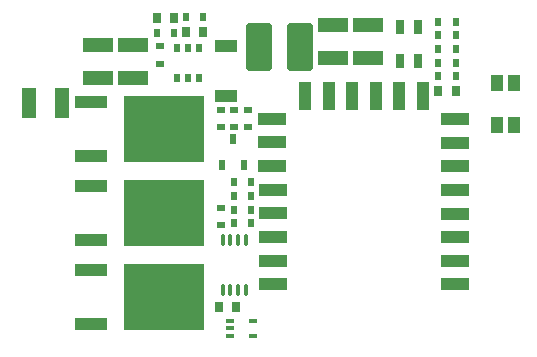
<source format=gtp>
G04*
G04 #@! TF.GenerationSoftware,Altium Limited,Altium Designer,20.1.8 (145)*
G04*
G04 Layer_Color=8421504*
%FSAX44Y44*%
%MOMM*%
G71*
G04*
G04 #@! TF.SameCoordinates,10942F88-9478-473C-A78C-30CC682ACA8F*
G04*
G04*
G04 #@! TF.FilePolarity,Positive*
G04*
G01*
G75*
%ADD17R,0.7620X1.1430*%
G04:AMPARAMS|DCode=18|XSize=0.35mm|YSize=0.6mm|CornerRadius=0.0018mm|HoleSize=0mm|Usage=FLASHONLY|Rotation=90.000|XOffset=0mm|YOffset=0mm|HoleType=Round|Shape=RoundedRectangle|*
%AMROUNDEDRECTD18*
21,1,0.3500,0.5965,0,0,90.0*
21,1,0.3465,0.6000,0,0,90.0*
1,1,0.0035,0.2983,0.1733*
1,1,0.0035,0.2983,-0.1733*
1,1,0.0035,-0.2983,-0.1733*
1,1,0.0035,-0.2983,0.1733*
%
%ADD18ROUNDEDRECTD18*%
G04:AMPARAMS|DCode=19|XSize=2.55mm|YSize=1.2mm|CornerRadius=0.006mm|HoleSize=0mm|Usage=FLASHONLY|Rotation=90.000|XOffset=0mm|YOffset=0mm|HoleType=Round|Shape=RoundedRectangle|*
%AMROUNDEDRECTD19*
21,1,2.5500,1.1880,0,0,90.0*
21,1,2.5380,1.2000,0,0,90.0*
1,1,0.0120,0.5940,1.2690*
1,1,0.0120,0.5940,-1.2690*
1,1,0.0120,-0.5940,-1.2690*
1,1,0.0120,-0.5940,1.2690*
%
%ADD19ROUNDEDRECTD19*%
G04:AMPARAMS|DCode=20|XSize=2.55mm|YSize=1.2mm|CornerRadius=0.006mm|HoleSize=0mm|Usage=FLASHONLY|Rotation=0.000|XOffset=0mm|YOffset=0mm|HoleType=Round|Shape=RoundedRectangle|*
%AMROUNDEDRECTD20*
21,1,2.5500,1.1880,0,0,0.0*
21,1,2.5380,1.2000,0,0,0.0*
1,1,0.0120,1.2690,-0.5940*
1,1,0.0120,-1.2690,-0.5940*
1,1,0.0120,-1.2690,0.5940*
1,1,0.0120,1.2690,0.5940*
%
%ADD20ROUNDEDRECTD20*%
G04:AMPARAMS|DCode=21|XSize=1.1mm|YSize=2.3mm|CornerRadius=0.0055mm|HoleSize=0mm|Usage=FLASHONLY|Rotation=270.000|XOffset=0mm|YOffset=0mm|HoleType=Round|Shape=RoundedRectangle|*
%AMROUNDEDRECTD21*
21,1,1.1000,2.2890,0,0,270.0*
21,1,1.0890,2.3000,0,0,270.0*
1,1,0.0110,-1.1445,-0.5445*
1,1,0.0110,-1.1445,0.5445*
1,1,0.0110,1.1445,0.5445*
1,1,0.0110,1.1445,-0.5445*
%
%ADD21ROUNDEDRECTD21*%
G04:AMPARAMS|DCode=22|XSize=1.1mm|YSize=2.3mm|CornerRadius=0.0055mm|HoleSize=0mm|Usage=FLASHONLY|Rotation=0.000|XOffset=0mm|YOffset=0mm|HoleType=Round|Shape=RoundedRectangle|*
%AMROUNDEDRECTD22*
21,1,1.1000,2.2890,0,0,0.0*
21,1,1.0890,2.3000,0,0,0.0*
1,1,0.0110,0.5445,-1.1445*
1,1,0.0110,-0.5445,-1.1445*
1,1,0.0110,-0.5445,1.1445*
1,1,0.0110,0.5445,1.1445*
%
%ADD22ROUNDEDRECTD22*%
G04:AMPARAMS|DCode=23|XSize=0.75mm|YSize=0.55mm|CornerRadius=0.0028mm|HoleSize=0mm|Usage=FLASHONLY|Rotation=90.000|XOffset=0mm|YOffset=0mm|HoleType=Round|Shape=RoundedRectangle|*
%AMROUNDEDRECTD23*
21,1,0.7500,0.5445,0,0,90.0*
21,1,0.7445,0.5500,0,0,90.0*
1,1,0.0055,0.2723,0.3723*
1,1,0.0055,0.2723,-0.3723*
1,1,0.0055,-0.2723,-0.3723*
1,1,0.0055,-0.2723,0.3723*
%
%ADD23ROUNDEDRECTD23*%
G04:AMPARAMS|DCode=24|XSize=0.85mm|YSize=0.6mm|CornerRadius=0.003mm|HoleSize=0mm|Usage=FLASHONLY|Rotation=90.000|XOffset=0mm|YOffset=0mm|HoleType=Round|Shape=RoundedRectangle|*
%AMROUNDEDRECTD24*
21,1,0.8500,0.5940,0,0,90.0*
21,1,0.8440,0.6000,0,0,90.0*
1,1,0.0060,0.2970,0.4220*
1,1,0.0060,0.2970,-0.4220*
1,1,0.0060,-0.2970,-0.4220*
1,1,0.0060,-0.2970,0.4220*
%
%ADD24ROUNDEDRECTD24*%
G04:AMPARAMS|DCode=25|XSize=0.54mm|YSize=0.75mm|CornerRadius=0.0027mm|HoleSize=0mm|Usage=FLASHONLY|Rotation=0.000|XOffset=0mm|YOffset=0mm|HoleType=Round|Shape=RoundedRectangle|*
%AMROUNDEDRECTD25*
21,1,0.5400,0.7446,0,0,0.0*
21,1,0.5346,0.7500,0,0,0.0*
1,1,0.0054,0.2673,-0.3723*
1,1,0.0054,-0.2673,-0.3723*
1,1,0.0054,-0.2673,0.3723*
1,1,0.0054,0.2673,0.3723*
%
%ADD25ROUNDEDRECTD25*%
G04:AMPARAMS|DCode=26|XSize=0.95mm|YSize=2.65mm|CornerRadius=0.0048mm|HoleSize=0mm|Usage=FLASHONLY|Rotation=90.000|XOffset=0mm|YOffset=0mm|HoleType=Round|Shape=RoundedRectangle|*
%AMROUNDEDRECTD26*
21,1,0.9500,2.6405,0,0,90.0*
21,1,0.9405,2.6500,0,0,90.0*
1,1,0.0095,1.3203,0.4703*
1,1,0.0095,1.3203,-0.4703*
1,1,0.0095,-1.3203,-0.4703*
1,1,0.0095,-1.3203,0.4703*
%
%ADD26ROUNDEDRECTD26*%
G04:AMPARAMS|DCode=27|XSize=5.55mm|YSize=6.8mm|CornerRadius=0.0278mm|HoleSize=0mm|Usage=FLASHONLY|Rotation=90.000|XOffset=0mm|YOffset=0mm|HoleType=Round|Shape=RoundedRectangle|*
%AMROUNDEDRECTD27*
21,1,5.5500,6.7445,0,0,90.0*
21,1,5.4945,6.8000,0,0,90.0*
1,1,0.0555,3.3723,2.7473*
1,1,0.0555,3.3723,-2.7473*
1,1,0.0555,-3.3723,-2.7473*
1,1,0.0555,-3.3723,2.7473*
%
%ADD27ROUNDEDRECTD27*%
%ADD28O,0.3500X1.1500*%
G04:AMPARAMS|DCode=29|XSize=0.75mm|YSize=0.55mm|CornerRadius=0.0028mm|HoleSize=0mm|Usage=FLASHONLY|Rotation=0.000|XOffset=0mm|YOffset=0mm|HoleType=Round|Shape=RoundedRectangle|*
%AMROUNDEDRECTD29*
21,1,0.7500,0.5445,0,0,0.0*
21,1,0.7445,0.5500,0,0,0.0*
1,1,0.0055,0.3723,-0.2723*
1,1,0.0055,-0.3723,-0.2723*
1,1,0.0055,-0.3723,0.2723*
1,1,0.0055,0.3723,0.2723*
%
%ADD29ROUNDEDRECTD29*%
G04:AMPARAMS|DCode=30|XSize=1.4mm|YSize=1.05mm|CornerRadius=0.0053mm|HoleSize=0mm|Usage=FLASHONLY|Rotation=90.000|XOffset=0mm|YOffset=0mm|HoleType=Round|Shape=RoundedRectangle|*
%AMROUNDEDRECTD30*
21,1,1.4000,1.0395,0,0,90.0*
21,1,1.3895,1.0500,0,0,90.0*
1,1,0.0105,0.5198,0.6948*
1,1,0.0105,0.5198,-0.6948*
1,1,0.0105,-0.5198,-0.6948*
1,1,0.0105,-0.5198,0.6948*
%
%ADD30ROUNDEDRECTD30*%
G04:AMPARAMS|DCode=31|XSize=1.85mm|YSize=1mm|CornerRadius=0.005mm|HoleSize=0mm|Usage=FLASHONLY|Rotation=180.000|XOffset=0mm|YOffset=0mm|HoleType=Round|Shape=RoundedRectangle|*
%AMROUNDEDRECTD31*
21,1,1.8500,0.9900,0,0,180.0*
21,1,1.8400,1.0000,0,0,180.0*
1,1,0.0100,-0.9200,0.4950*
1,1,0.0100,0.9200,0.4950*
1,1,0.0100,0.9200,-0.4950*
1,1,0.0100,-0.9200,-0.4950*
%
%ADD31ROUNDEDRECTD31*%
G04:AMPARAMS|DCode=32|XSize=0.55mm|YSize=0.8mm|CornerRadius=0.0028mm|HoleSize=0mm|Usage=FLASHONLY|Rotation=180.000|XOffset=0mm|YOffset=0mm|HoleType=Round|Shape=RoundedRectangle|*
%AMROUNDEDRECTD32*
21,1,0.5500,0.7945,0,0,180.0*
21,1,0.5445,0.8000,0,0,180.0*
1,1,0.0055,-0.2723,0.3973*
1,1,0.0055,0.2723,0.3973*
1,1,0.0055,0.2723,-0.3973*
1,1,0.0055,-0.2723,-0.3973*
%
%ADD32ROUNDEDRECTD32*%
G04:AMPARAMS|DCode=33|XSize=4mm|YSize=2.2mm|CornerRadius=0.22mm|HoleSize=0mm|Usage=FLASHONLY|Rotation=90.000|XOffset=0mm|YOffset=0mm|HoleType=Round|Shape=RoundedRectangle|*
%AMROUNDEDRECTD33*
21,1,4.0000,1.7600,0,0,90.0*
21,1,3.5600,2.2000,0,0,90.0*
1,1,0.4400,0.8800,1.7800*
1,1,0.4400,0.8800,-1.7800*
1,1,0.4400,-0.8800,-1.7800*
1,1,0.4400,-0.8800,1.7800*
%
%ADD33ROUNDEDRECTD33*%
D17*
X00326094Y00303423D02*
D03*
X00341334D02*
D03*
Y00274213D02*
D03*
X00326094D02*
D03*
D18*
X00201656Y00054740D02*
D03*
Y00041740D02*
D03*
X00182156D02*
D03*
Y00048240D02*
D03*
Y00054740D02*
D03*
D19*
X00012166Y00238890D02*
D03*
X00040166D02*
D03*
D20*
X00099984Y00288276D02*
D03*
Y00260276D02*
D03*
X00269271Y00277144D02*
D03*
Y00305144D02*
D03*
X00070521Y00288276D02*
D03*
Y00260276D02*
D03*
X00298773Y00277144D02*
D03*
Y00305144D02*
D03*
D21*
X00372152Y00085666D02*
D03*
Y00205300D02*
D03*
X00217942Y00225620D02*
D03*
X00372152Y00105478D02*
D03*
Y00125544D02*
D03*
Y00145356D02*
D03*
Y00165676D02*
D03*
Y00185488D02*
D03*
Y00225366D02*
D03*
X00217942Y00205554D02*
D03*
Y00185742D02*
D03*
X00218196Y00165676D02*
D03*
Y00145610D02*
D03*
Y00125798D02*
D03*
Y00105478D02*
D03*
Y00085666D02*
D03*
D22*
X00345212Y00245194D02*
D03*
X00325400D02*
D03*
X00305588D02*
D03*
X00285268D02*
D03*
X00265456D02*
D03*
X00245136D02*
D03*
D23*
X00358464Y00284661D02*
D03*
X00372964D02*
D03*
Y00296244D02*
D03*
X00358464D02*
D03*
Y00307746D02*
D03*
X00372964D02*
D03*
X00358464Y00273158D02*
D03*
X00372964D02*
D03*
Y00261656D02*
D03*
X00358464D02*
D03*
X00134829Y00298206D02*
D03*
X00120329D02*
D03*
X00185282Y00171958D02*
D03*
X00199782D02*
D03*
X00185282Y00160274D02*
D03*
X00199782D02*
D03*
X00159114Y00311404D02*
D03*
X00144614D02*
D03*
X00185300Y00148737D02*
D03*
X00199800D02*
D03*
X00185300Y00137174D02*
D03*
X00199800D02*
D03*
D24*
X00120329Y00310726D02*
D03*
X00134829D02*
D03*
X00144614Y00299240D02*
D03*
X00159114D02*
D03*
X00372964Y00249464D02*
D03*
X00358464D02*
D03*
X00187156Y00066459D02*
D03*
X00172656D02*
D03*
D25*
X00155768Y00285776D02*
D03*
X00146268D02*
D03*
X00136768D02*
D03*
X00155768Y00260276D02*
D03*
X00146268D02*
D03*
X00136768D02*
D03*
D26*
X00064728Y00239753D02*
D03*
Y00193953D02*
D03*
Y00097717D02*
D03*
Y00051916D02*
D03*
Y00122681D02*
D03*
Y00168481D02*
D03*
D27*
X00125728Y00216854D02*
D03*
Y00074816D02*
D03*
Y00145581D02*
D03*
D28*
X00175656Y00080664D02*
D03*
X00182156D02*
D03*
X00188656D02*
D03*
X00195156D02*
D03*
X00175656Y00123164D02*
D03*
X00182156D02*
D03*
X00188656D02*
D03*
X00195156D02*
D03*
D29*
X00122801Y00272328D02*
D03*
Y00286828D02*
D03*
X00174244Y00150261D02*
D03*
Y00135761D02*
D03*
X00185581Y00232884D02*
D03*
Y00218384D02*
D03*
X00174079D02*
D03*
Y00232884D02*
D03*
X00197084Y00218384D02*
D03*
Y00232884D02*
D03*
D30*
X00408134Y00256000D02*
D03*
X00422634D02*
D03*
Y00220000D02*
D03*
X00408134D02*
D03*
D31*
X00178504Y00244840D02*
D03*
Y00286840D02*
D03*
D32*
X00175006Y00186055D02*
D03*
X00194006D02*
D03*
X00184506Y00208055D02*
D03*
D33*
X00241527Y00286128D02*
D03*
X00206527D02*
D03*
M02*

</source>
